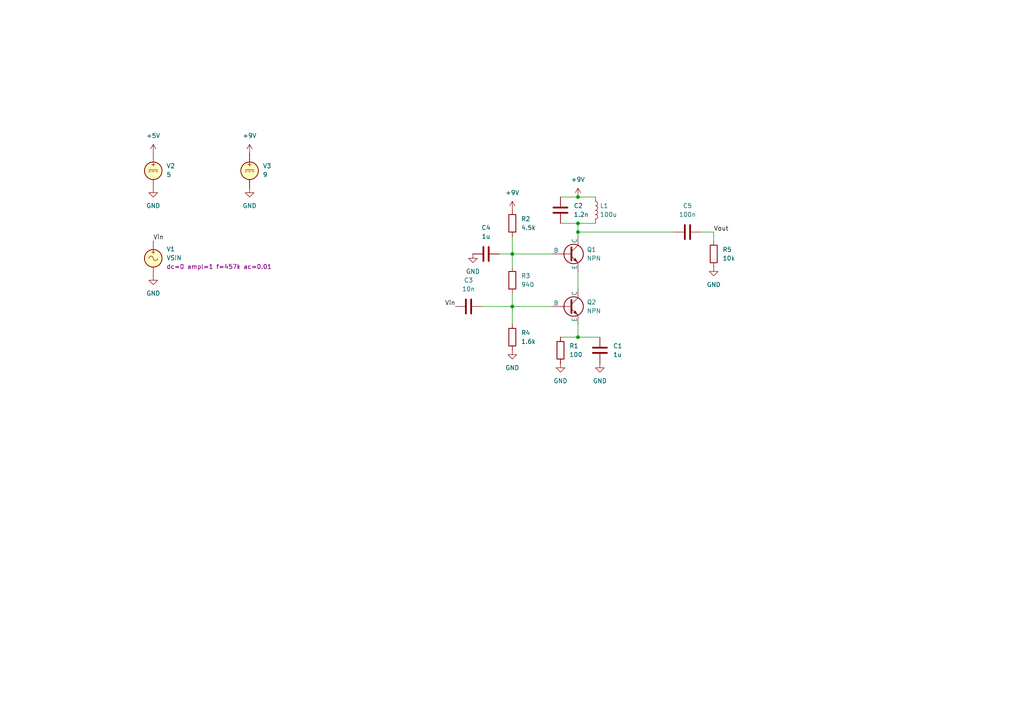
<source format=kicad_sch>
(kicad_sch (version 20250114) (generator "eeschema") (generator_version "9.0")
  (paper "A4")
  (lib_symbols
    (symbol "Device:C" (pin_numbers (hide yes)) (pin_names (offset 0.254))
      (property "Reference" "C" (at 0.635 2.54 0))
      (property "Value" "C" (at 0.635 -2.54 0))
      (symbol "C_0_1"
        (polyline (pts (xy -2.032 0.762) (xy 2.032 0.762)) (stroke (width 0.508)))
        (polyline (pts (xy -2.032 -0.762) (xy 2.032 -0.762)) (stroke (width 0.508)))
      )
      (symbol "C_1_1"
        (pin passive line (at 0 3.81 270) (length 2.794) (name "~") (number "1"))
        (pin passive line (at 0 -3.81 90) (length 2.794) (name "~") (number "2"))
      )
    )
    (symbol "Device:L" (pin_numbers (hide yes)) (pin_names (offset 1.016) (hide yes))
      (property "Reference" "L" (at -1.27 0 90))
      (property "Value" "L" (at 1.905 0 90))
      (symbol "L_0_1"
        (arc (start 0 2.54) (mid 0.6323 1.905) (end 0 1.27))
        (arc (start 0 1.27) (mid 0.6323 0.635) (end 0 0))
        (arc (start 0 0) (mid 0.6323 -0.635) (end 0 -1.27))
        (arc (start 0 -1.27) (mid 0.6323 -1.905) (end 0 -2.54))
      )
      (symbol "L_1_1"
        (pin passive line (at 0 3.81 270) (length 1.27) (name "1") (number "1"))
        (pin passive line (at 0 -3.81 90) (length 1.27) (name "2") (number "2"))
      )
    )
    (symbol "Device:R" (pin_numbers (hide yes)) (pin_names (offset 0))
      (property "Reference" "R" (at 2.032 0 90))
      (property "Value" "R" (at 0 0 90))
      (symbol "R_0_1"
        (rectangle (start -1.016 -2.54) (end 1.016 2.54) (stroke (width 0.254)))
      )
      (symbol "R_1_1"
        (pin passive line (at 0 3.81 270) (length 1.27) (name "~") (number "1"))
        (pin passive line (at 0 -3.81 90) (length 1.27) (name "~") (number "2"))
      )
    )
    (symbol "Simulation_SPICE:NPN" (pin_numbers (hide yes)) (pin_names (offset 0))
      (property "Reference" "Q" (at -2.54 7.62 0))
      (property "Value" "NPN" (at -2.54 5.08 0))
      (symbol "NPN_0_1"
        (polyline (pts (xy -2.54 0) (xy 0.635 0)) (stroke (width 0.1524)))
        (polyline (pts (xy 0.635 1.905) (xy 0.635 -1.905) (xy 0.635 -1.905)) (stroke (width 0.508)))
        (polyline (pts (xy 0.635 0.635) (xy 2.54 2.54)))
        (polyline (pts (xy 0.635 -0.635) (xy 2.54 -2.54) (xy 2.54 -2.54)))
        (circle (center 1.27 0) (radius 2.8194) (stroke (width 0.254)))
        (polyline (pts (xy 1.27 -1.778) (xy 1.778 -1.27) (xy 2.286 -2.286) (xy 1.27 -1.778) (xy 1.27 -1.778)) (fill (type outline)))
        (polyline (pts (xy 2.794 -1.27) (xy 2.794 -1.27)) (stroke (width 0.1524)))
        (polyline (pts (xy 2.794 -1.27) (xy 2.794 -1.27)) (stroke (width 0.1524)))
      )
      (symbol "NPN_1_1"
        (pin input line (at -5.08 0 0) (length 2.54) (name "B") (number "2"))
        (pin open_collector line (at 2.54 5.08 270) (length 2.54) (name "C") (number "1"))
        (pin open_emitter line (at 2.54 -5.08 90) (length 2.54) (name "E") (number "3"))
      )
    )
    (symbol "Simulation_SPICE:VDC" (pin_numbers (hide yes)) (pin_names (offset 0.0254))
      (property "Reference" "V" (at 2.54 2.54 0))
      (property "Value" "1" (at 2.54 0 0))
      (symbol "VDC_0_0"
        (polyline (pts (xy -1.27 0.254) (xy 1.27 0.254)))
        (polyline (pts (xy -0.762 -0.254) (xy -1.27 -0.254)))
        (polyline (pts (xy 0.254 -0.254) (xy -0.254 -0.254)))
        (polyline (pts (xy 1.27 -0.254) (xy 0.762 -0.254)))
        (text "+" (at 0 1.905 0) (effects (font (size 1.27 1.27))))
      )
      (symbol "VDC_0_1"
        (circle (center 0 0) (radius 2.54) (stroke (width 0.254)) (fill (type background)))
      )
      (symbol "VDC_1_1"
        (pin passive line (at 0 5.08 270) (length 2.54) (name "~") (number "1"))
        (pin passive line (at 0 -5.08 90) (length 2.54) (name "~") (number "2"))
      )
    )
    (symbol "Simulation_SPICE:VSIN" (pin_numbers (hide yes)) (pin_names (offset 0.0254))
      (property "Reference" "V" (at 2.54 2.54 0))
      (property "Value" "VSIN" (at 2.54 0 0))
      (property "Sim.Params" "dc=0 ampl=1 f=1k ac=1" (at 2.54 -2.54 0))
      (symbol "VSIN_0_0"
        (arc (start -1.27 0) (mid -0.635 0.6323) (end 0 0))
        (arc (start 1.27 0) (mid 0.635 -0.6323) (end 0 0))
        (text "+" (at 0 1.905 0) (effects (font (size 1.27 1.27))))
      )
      (symbol "VSIN_0_1"
        (circle (center 0 0) (radius 2.54) (stroke (width 0.254)) (fill (type background)))
      )
      (symbol "VSIN_1_1"
        (pin passive line (at 0 5.08 270) (length 2.54) (name "~") (number "1"))
        (pin passive line (at 0 -5.08 90) (length 2.54) (name "~") (number "2"))
      )
    )
    (symbol "power:+5V" (power) (pin_numbers (hide yes)) (pin_names (offset 0) (hide yes))
      (property "Value" "+5V" (at 0 3.556 0))
      (symbol "+5V_0_1"
        (polyline (pts (xy -0.762 1.27) (xy 0 2.54)))
        (polyline (pts (xy 0 2.54) (xy 0.762 1.27)))
        (polyline (pts (xy 0 0) (xy 0 2.54)))
      )
      (symbol "+5V_1_1"
        (pin power_in line (at 0 0 90) (length 0) (name "~") (number "1"))
      )
    )
    (symbol "power:+9V" (power) (pin_numbers (hide yes)) (pin_names (offset 0) (hide yes))
      (property "Value" "+9V" (at 0 3.556 0))
      (symbol "+9V_0_1"
        (polyline (pts (xy -0.762 1.27) (xy 0 2.54)))
        (polyline (pts (xy 0 2.54) (xy 0.762 1.27)))
        (polyline (pts (xy 0 0) (xy 0 2.54)))
      )
      (symbol "+9V_1_1"
        (pin power_in line (at 0 0 90) (length 0) (name "~") (number "1"))
      )
    )
    (symbol "power:GND" (power) (pin_numbers (hide yes)) (pin_names (offset 0) (hide yes))
      (property "Value" "GND" (at 0 -3.81 0))
      (symbol "GND_0_1"
        (polyline (pts (xy 0 0) (xy 0 -1.27) (xy 1.27 -1.27) (xy 0 -2.54) (xy -1.27 -1.27) (xy 0 -1.27)))
      )
      (symbol "GND_1_1"
        (pin power_in line (at 0 0 270) (length 0) (name "~") (number "1"))
      )
    )
  )
  (junction (at 167.64 57.15))
  (junction (at 167.64 64.77))
  (junction (at 167.64 97.79))
  (junction (at 167.64 67.31))
  (junction (at 148.59 88.9))
  (junction (at 148.59 73.66))
  (wire (pts (xy 162.56 57.15) (xy 167.64 57.15)))
  (wire (pts (xy 148.59 85.09) (xy 148.59 88.9)))
  (wire (pts (xy 148.59 73.66) (xy 160.02 73.66)))
  (wire (pts (xy 167.64 57.15) (xy 172.72 57.15)))
  (wire (pts (xy 167.64 67.31) (xy 167.64 68.58)))
  (wire (pts (xy 167.64 78.74) (xy 167.64 83.82)))
  (wire (pts (xy 162.56 64.77) (xy 167.64 64.77)))
  (wire (pts (xy 139.7 88.9) (xy 148.59 88.9)))
  (wire (pts (xy 203.2 67.31) (xy 207.01 67.31)))
  (wire (pts (xy 167.64 64.77) (xy 167.64 67.31)))
  (wire (pts (xy 167.64 97.79) (xy 173.99 97.79)))
  (wire (pts (xy 148.59 73.66) (xy 148.59 77.47)))
  (wire (pts (xy 148.59 88.9) (xy 160.02 88.9)))
  (wire (pts (xy 167.64 93.98) (xy 167.64 97.79)))
  (wire (pts (xy 167.64 64.77) (xy 172.72 64.77)))
  (wire (pts (xy 167.64 97.79) (xy 162.56 97.79)))
  (wire (pts (xy 148.59 88.9) (xy 148.59 93.98)))
  (wire (pts (xy 207.01 69.85) (xy 207.01 67.31)))
  (wire (pts (xy 167.64 67.31) (xy 195.58 67.31)))
  (wire (pts (xy 144.78 73.66) (xy 148.59 73.66)))
  (wire (pts (xy 148.59 68.58) (xy 148.59 73.66)))
  (label "Vout" (at 207.01 67.31 0))
  (label "Vin" (at 132.08 88.9 180))
  (label "Vin" (at 44.45 69.85 0))
  (symbol (lib_id "Simulation_SPICE:NPN") (at 165.1 73.66 0) (unit 1)
    (property "Reference" "Q1" (at 170.18 72.3899 0) (effects (justify left)))
    (property "Value" "NPN" (at 170.18 74.9299 0) (effects (justify left)))
    (property "Datasheet" "https://ngspice.sourceforge.io/docs/ngspice-html-manual/manual.xhtml#cha_BJTs" (effects (hide yes)))
    (property "Description" "Bipolar transistor symbol for simulation only, substrate tied to the emitter" (effects (hide yes)))
    (property "Sim.Device" "NPN" (effects (hide yes)))
    (property "Sim.Type" "GUMMELPOON" (effects (hide yes)))
    (property "Sim.Pins" "1=C 2=B 3=E" (effects (hide yes)))
    (property "Sim.Library" "spice_models/2N3904.txt" (effects (hide yes)))
    (property "Sim.Name" "2N3904" (effects (hide yes)))
  )
  (symbol (lib_id "power:GND") (at 207.01 77.47 0) (unit 1)
    (property "Reference" "#PWR09" (effects (hide yes)))
    (property "Value" "GND" (at 207.01 82.55 0))
    (property "Description" "Power symbol creates a global label with name \"GND\" , ground" (effects (hide yes)))
  )
  (symbol (lib_id "power:GND") (at 173.99 105.41 0) (unit 1)
    (property "Reference" "#PWR01" (effects (hide yes)))
    (property "Value" "GND" (at 173.99 110.49 0))
    (property "Description" "Power symbol creates a global label with name \"GND\" , ground" (effects (hide yes)))
  )
  (symbol (lib_id "power:GND") (at 162.56 105.41 0) (unit 1)
    (property "Reference" "#PWR012" (effects (hide yes)))
    (property "Value" "GND" (at 162.56 110.49 0))
    (property "Description" "Power symbol creates a global label with name \"GND\" , ground" (effects (hide yes)))
  )
  (symbol (lib_id "power:GND") (at 148.59 101.6 0) (unit 1)
    (property "Reference" "#PWR03" (effects (hide yes)))
    (property "Value" "GND" (at 148.59 106.68 0))
    (property "Description" "Power symbol creates a global label with name \"GND\" , ground" (effects (hide yes)))
  )
  (symbol (lib_id "Simulation_SPICE:VSIN") (at 44.45 74.93 0) (unit 1)
    (property "Reference" "V1" (at 48.26 72.2601 0) (effects (justify left)))
    (property "Value" "VSIN" (at 48.26 74.8001 0) (effects (justify left)))
    (property "Datasheet" "https://ngspice.sourceforge.io/docs/ngspice-html-manual/manual.xhtml#sec_Independent_Sources_for" (effects (hide yes)))
    (property "Description" "Voltage source, sinusoidal" (effects (hide yes)))
    (property "Sim.Pins" "1=+ 2=-" (effects (hide yes)))
    (property "Sim.Params" "dc=0 ampl=1 f=457k ac=0.01" (at 48.26 77.3401 0) (effects (justify left)))
    (property "Sim.Type" "SIN" (effects (hide yes)))
    (property "Sim.Device" "V" (effects (hide yes)))
  )
  (symbol (lib_id "Device:R") (at 148.59 81.28 0) (unit 1)
    (property "Reference" "R3" (at 151.13 80.0099 0) (effects (justify left)))
    (property "Value" "940" (at 151.13 82.5499 0) (effects (justify left)))
    (property "Description" "Resistor" (effects (hide yes)))
  )
  (symbol (lib_id "power:+5V") (at 44.45 44.45 0) (unit 1)
    (property "Reference" "#PWR05" (effects (hide yes)))
    (property "Value" "+5V" (at 44.45 39.37 0))
    (property "Description" "Power symbol creates a global label with name \"+5V\"" (effects (hide yes)))
  )
  (symbol (lib_id "power:+9V") (at 72.39 44.45 0) (unit 1)
    (property "Reference" "#PWR010" (effects (hide yes)))
    (property "Value" "+9V" (at 72.39 39.37 0))
    (property "Description" "Power symbol creates a global label with name \"+9V\"" (effects (hide yes)))
  )
  (symbol (lib_id "Device:C") (at 140.97 73.66 90) (unit 1)
    (property "Reference" "C4" (at 140.97 66.04 90))
    (property "Value" "1u" (at 140.97 68.58 90))
    (property "Description" "Unpolarized capacitor" (effects (hide yes)))
  )
  (symbol (lib_id "power:+9V") (at 167.64 57.15 0) (unit 1)
    (property "Reference" "#PWR07" (effects (hide yes)))
    (property "Value" "+9V" (at 167.64 52.07 0))
    (property "Description" "Power symbol creates a global label with name \"+9V\"" (effects (hide yes)))
  )
  (symbol (lib_id "power:GND") (at 44.45 80.01 0) (unit 1)
    (property "Reference" "#PWR04" (effects (hide yes)))
    (property "Value" "GND" (at 44.45 85.09 0))
    (property "Description" "Power symbol creates a global label with name \"GND\" , ground" (effects (hide yes)))
  )
  (symbol (lib_id "Device:R") (at 148.59 64.77 0) (unit 1)
    (property "Reference" "R2" (at 151.13 63.4999 0) (effects (justify left)))
    (property "Value" "4.5k" (at 151.13 66.0399 0) (effects (justify left)))
    (property "Description" "Resistor" (effects (hide yes)))
  )
  (symbol (lib_id "Device:C") (at 173.99 101.6 0) (unit 1)
    (property "Reference" "C1" (at 177.8 100.3299 0) (effects (justify left)))
    (property "Value" "1u" (at 177.8 102.8699 0) (effects (justify left)))
    (property "Description" "Unpolarized capacitor" (effects (hide yes)))
  )
  (symbol (lib_id "Device:C") (at 199.39 67.31 90) (unit 1)
    (property "Reference" "C5" (at 199.39 59.69 90))
    (property "Value" "100n" (at 199.39 62.23 90))
    (property "Description" "Unpolarized capacitor" (effects (hide yes)))
  )
  (symbol (lib_id "Simulation_SPICE:VDC") (at 72.39 49.53 0) (unit 1)
    (property "Reference" "V3" (at 76.2 48.1301 0) (effects (justify left)))
    (property "Value" "9" (at 76.2 50.6701 0) (effects (justify left)))
    (property "Datasheet" "https://ngspice.sourceforge.io/docs/ngspice-html-manual/manual.xhtml#sec_Independent_Sources_for" (effects (hide yes)))
    (property "Description" "Voltage source, DC" (effects (hide yes)))
    (property "Sim.Pins" "1=+ 2=-" (effects (hide yes)))
    (property "Sim.Type" "DC" (effects (hide yes)))
    (property "Sim.Device" "V" (effects (hide yes)))
  )
  (symbol (lib_id "Simulation_SPICE:VDC") (at 44.45 49.53 0) (unit 1)
    (property "Reference" "V2" (at 48.26 48.1301 0) (effects (justify left)))
    (property "Value" "5" (at 48.26 50.6701 0) (effects (justify left)))
    (property "Datasheet" "https://ngspice.sourceforge.io/docs/ngspice-html-manual/manual.xhtml#sec_Independent_Sources_for" (effects (hide yes)))
    (property "Description" "Voltage source, DC" (effects (hide yes)))
    (property "Sim.Pins" "1=+ 2=-" (effects (hide yes)))
    (property "Sim.Type" "DC" (effects (hide yes)))
    (property "Sim.Device" "V" (effects (hide yes)))
  )
  (symbol (lib_id "Device:C") (at 162.56 60.96 0) (unit 1)
    (property "Reference" "C2" (at 166.37 59.6899 0) (effects (justify left)))
    (property "Value" "1.2n" (at 166.37 62.2299 0) (effects (justify left)))
    (property "Description" "Unpolarized capacitor" (effects (hide yes)))
  )
  (symbol (lib_id "Device:R") (at 148.59 97.79 0) (unit 1)
    (property "Reference" "R4" (at 151.13 96.5199 0) (effects (justify left)))
    (property "Value" "1.6k" (at 151.13 99.0599 0) (effects (justify left)))
    (property "Description" "Resistor" (effects (hide yes)))
  )
  (symbol (lib_id "Simulation_SPICE:NPN") (at 165.1 88.9 0) (unit 1)
    (property "Reference" "Q2" (at 170.18 87.6299 0) (effects (justify left)))
    (property "Value" "NPN" (at 170.18 90.1699 0) (effects (justify left)))
    (property "Datasheet" "https://ngspice.sourceforge.io/docs/ngspice-html-manual/manual.xhtml#cha_BJTs" (effects (hide yes)))
    (property "Description" "Bipolar transistor symbol for simulation only, substrate tied to the emitter" (effects (hide yes)))
    (property "Sim.Device" "NPN" (effects (hide yes)))
    (property "Sim.Type" "GUMMELPOON" (effects (hide yes)))
    (property "Sim.Pins" "1=C 2=B 3=E" (effects (hide yes)))
    (property "Sim.Library" "spice_models/2N3904.txt" (effects (hide yes)))
    (property "Sim.Name" "2N3904" (effects (hide yes)))
  )
  (symbol (lib_id "Device:C") (at 135.89 88.9 90) (unit 1)
    (property "Reference" "C3" (at 135.89 81.28 90))
    (property "Value" "10n" (at 135.89 83.82 90))
    (property "Description" "Unpolarized capacitor" (effects (hide yes)))
  )
  (symbol (lib_id "Device:R") (at 162.56 101.6 0) (unit 1)
    (property "Reference" "R1" (at 165.1 100.3299 0) (effects (justify left)))
    (property "Value" "100" (at 165.1 102.8699 0) (effects (justify left)))
    (property "Description" "Resistor" (effects (hide yes)))
  )
  (symbol (lib_id "Device:R") (at 207.01 73.66 0) (unit 1)
    (property "Reference" "R5" (at 209.55 72.3899 0) (effects (justify left)))
    (property "Value" "10k" (at 209.55 74.9299 0) (effects (justify left)))
    (property "Description" "Resistor" (effects (hide yes)))
  )
  (symbol (lib_id "power:GND") (at 72.39 54.61 0) (unit 1)
    (property "Reference" "#PWR011" (effects (hide yes)))
    (property "Value" "GND" (at 72.39 59.69 0))
    (property "Description" "Power symbol creates a global label with name \"GND\" , ground" (effects (hide yes)))
  )
  (symbol (lib_id "Device:L") (at 172.72 60.96 0) (unit 1)
    (property "Reference" "L1" (at 173.99 59.6899 0) (effects (justify left)))
    (property "Value" "100u" (at 173.99 62.2299 0) (effects (justify left)))
    (property "Description" "Inductor" (effects (hide yes)))
  )
  (symbol (lib_id "power:+9V") (at 148.59 60.96 0) (unit 1)
    (property "Reference" "#PWR02" (effects (hide yes)))
    (property "Value" "+9V" (at 148.59 55.88 0))
    (property "Description" "Power symbol creates a global label with name \"+9V\"" (effects (hide yes)))
  )
  (symbol (lib_id "power:GND") (at 137.16 73.66 0) (unit 1)
    (property "Reference" "#PWR08" (effects (hide yes)))
    (property "Value" "GND" (at 137.16 78.74 0))
    (property "Description" "Power symbol creates a global label with name \"GND\" , ground" (effects (hide yes)))
  )
  (symbol (lib_id "power:GND") (at 44.45 54.61 0) (unit 1)
    (property "Reference" "#PWR06" (effects (hide yes)))
    (property "Value" "GND" (at 44.45 59.69 0))
    (property "Description" "Power symbol creates a global label with name \"GND\" , ground" (effects (hide yes)))
  )
)
</source>
